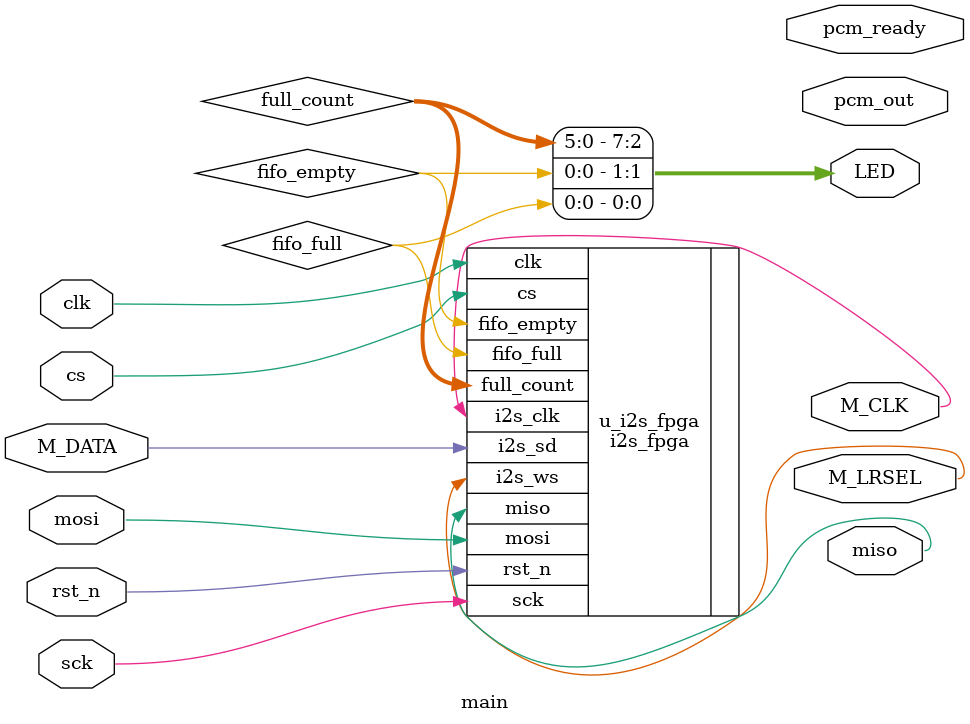
<source format=sv>
module main (
    input logic clk,  // board clock 25mhz 

    input  logic M_DATA,     // microfone data
    output logic M_CLK,  // microfone clock
    output logic M_LRSEL,    // Left/Right Select

    input  logic cs,    // enable spi
    input  logic mosi,
    input  logic sck,
    output logic miso,

    output logic [15:0] pcm_out,
    output logic        pcm_ready,
    input  logic        rst_n,

    output logic [7:0] LED
);

    logic fifo_empty;
    logic fifo_full;
    logic [13:0] full_count;
    i2s_fpga #(
        .CLK_FREQ      (25_000_000),  // Frequência do clock do sistema
        .FIFO_DEPTH    (32 * 1024), // 512kB
        .FIFO_WIDTH    (8),
        .DATA_SIZE     (24),
        .REDUCE_FACTOR (2)
    ) u_i2s_fpga (
        .clk        (clk),
        .rst_n      (rst_n),

        .mosi       (mosi),
        .miso       (miso),
        .cs         (cs),
        .sck        (sck),
 
        .i2s_clk    (M_CLK),
        .i2s_ws     (M_LRSEL),
        .i2s_sd     (M_DATA),
 
        .full_count (full_count),
        .fifo_empty (fifo_empty),
        .fifo_full  (fifo_full)
    );
    assign LED[1] = fifo_empty;
    assign LED[0] = fifo_full;
    assign LED[15:2] = full_count[13:0];
    
endmodule


</source>
